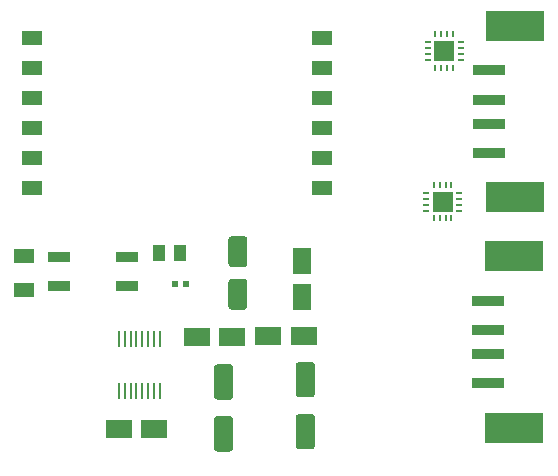
<source format=gbr>
%TF.GenerationSoftware,KiCad,Pcbnew,(5.1.9)-1*%
%TF.CreationDate,2021-03-01T12:10:23+05:30*%
%TF.ProjectId,Charger,43686172-6765-4722-9e6b-696361645f70,rev?*%
%TF.SameCoordinates,Original*%
%TF.FileFunction,Paste,Top*%
%TF.FilePolarity,Positive*%
%FSLAX46Y46*%
G04 Gerber Fmt 4.6, Leading zero omitted, Abs format (unit mm)*
G04 Created by KiCad (PCBNEW (5.1.9)-1) date 2021-03-01 12:10:23*
%MOMM*%
%LPD*%
G01*
G04 APERTURE LIST*
%ADD10C,0.152400*%
%ADD11R,2.200000X1.600000*%
%ADD12R,1.600000X2.200000*%
%ADD13R,1.800000X1.170000*%
%ADD14R,1.659999X1.659999*%
%ADD15O,0.240000X0.599999*%
%ADD16O,0.599999X0.240000*%
%ADD17R,1.080000X1.420000*%
%ADD18R,1.910000X0.910000*%
%ADD19R,2.800000X0.900000*%
%ADD20R,5.000000X2.500000*%
%ADD21R,0.490000X0.600000*%
%ADD22R,1.700000X1.170000*%
%ADD23R,0.279400X1.397000*%
G04 APERTURE END LIST*
D10*
%TO.C,U4*%
X113607499Y-32898999D02*
X113607499Y-34411001D01*
X115119501Y-32898999D02*
X113607499Y-32898999D01*
X115119501Y-34411001D02*
X115119501Y-32898999D01*
X113607499Y-34411001D02*
X115119501Y-34411001D01*
%TO.C,U2*%
X113480499Y-45662499D02*
X113480499Y-47174501D01*
X114992501Y-45662499D02*
X113480499Y-45662499D01*
X114992501Y-47174501D02*
X114992501Y-45662499D01*
X113480499Y-47174501D02*
X114992501Y-47174501D01*
%TD*%
D11*
%TO.C,C9*%
X102465000Y-57785000D03*
X99465000Y-57785000D03*
%TD*%
%TO.C,C8*%
G36*
G01*
X102066000Y-64390500D02*
X103166000Y-64390500D01*
G75*
G02*
X103416000Y-64640500I0J-250000D01*
G01*
X103416000Y-67140500D01*
G75*
G02*
X103166000Y-67390500I-250000J0D01*
G01*
X102066000Y-67390500D01*
G75*
G02*
X101816000Y-67140500I0J250000D01*
G01*
X101816000Y-64640500D01*
G75*
G02*
X102066000Y-64390500I250000J0D01*
G01*
G37*
G36*
G01*
X102066000Y-59990500D02*
X103166000Y-59990500D01*
G75*
G02*
X103416000Y-60240500I0J-250000D01*
G01*
X103416000Y-62740500D01*
G75*
G02*
X103166000Y-62990500I-250000J0D01*
G01*
X102066000Y-62990500D01*
G75*
G02*
X101816000Y-62740500I0J250000D01*
G01*
X101816000Y-60240500D01*
G75*
G02*
X102066000Y-59990500I250000J0D01*
G01*
G37*
%TD*%
%TO.C,C7*%
X93432500Y-57848500D03*
X96432500Y-57848500D03*
%TD*%
%TO.C,C5*%
X86828500Y-65659000D03*
X89828500Y-65659000D03*
%TD*%
D12*
%TO.C,C4*%
X102298500Y-51459000D03*
X102298500Y-54459000D03*
%TD*%
%TO.C,C3*%
G36*
G01*
X97451000Y-51951000D02*
X96351000Y-51951000D01*
G75*
G02*
X96101000Y-51701000I0J250000D01*
G01*
X96101000Y-49601000D01*
G75*
G02*
X96351000Y-49351000I250000J0D01*
G01*
X97451000Y-49351000D01*
G75*
G02*
X97701000Y-49601000I0J-250000D01*
G01*
X97701000Y-51701000D01*
G75*
G02*
X97451000Y-51951000I-250000J0D01*
G01*
G37*
G36*
G01*
X97451000Y-55551000D02*
X96351000Y-55551000D01*
G75*
G02*
X96101000Y-55301000I0J250000D01*
G01*
X96101000Y-53201000D01*
G75*
G02*
X96351000Y-52951000I250000J0D01*
G01*
X97451000Y-52951000D01*
G75*
G02*
X97701000Y-53201000I0J-250000D01*
G01*
X97701000Y-55301000D01*
G75*
G02*
X97451000Y-55551000I-250000J0D01*
G01*
G37*
%TD*%
%TO.C,C1*%
G36*
G01*
X95144500Y-64581000D02*
X96244500Y-64581000D01*
G75*
G02*
X96494500Y-64831000I0J-250000D01*
G01*
X96494500Y-67331000D01*
G75*
G02*
X96244500Y-67581000I-250000J0D01*
G01*
X95144500Y-67581000D01*
G75*
G02*
X94894500Y-67331000I0J250000D01*
G01*
X94894500Y-64831000D01*
G75*
G02*
X95144500Y-64581000I250000J0D01*
G01*
G37*
G36*
G01*
X95144500Y-60181000D02*
X96244500Y-60181000D01*
G75*
G02*
X96494500Y-60431000I0J-250000D01*
G01*
X96494500Y-62931000D01*
G75*
G02*
X96244500Y-63181000I-250000J0D01*
G01*
X95144500Y-63181000D01*
G75*
G02*
X94894500Y-62931000I0J250000D01*
G01*
X94894500Y-60431000D01*
G75*
G02*
X95144500Y-60181000I250000J0D01*
G01*
G37*
%TD*%
D13*
%TO.C,F1*%
X78790800Y-50981000D03*
X78790800Y-53921000D03*
%TD*%
D14*
%TO.C,U4*%
X114363500Y-33655000D03*
D15*
X113613502Y-32255000D03*
X114113500Y-32255000D03*
X114613502Y-32255000D03*
X115113501Y-32255000D03*
D16*
X115763500Y-32904999D03*
X115763500Y-33404998D03*
X115763500Y-33905000D03*
X115763500Y-34404998D03*
D15*
X115113501Y-35055000D03*
X114613502Y-35055000D03*
X114113500Y-35055000D03*
X113613502Y-35055000D03*
D16*
X112963500Y-34404998D03*
X112963500Y-33905000D03*
X112963500Y-33404998D03*
X112963500Y-32904999D03*
%TD*%
D14*
%TO.C,U2*%
X114236500Y-46418500D03*
D15*
X113486502Y-45018500D03*
X113986500Y-45018500D03*
X114486502Y-45018500D03*
X114986501Y-45018500D03*
D16*
X115636500Y-45668499D03*
X115636500Y-46168498D03*
X115636500Y-46668500D03*
X115636500Y-47168498D03*
D15*
X114986501Y-47818500D03*
X114486502Y-47818500D03*
X113986500Y-47818500D03*
X113486502Y-47818500D03*
D16*
X112836500Y-47168498D03*
X112836500Y-46668500D03*
X112836500Y-46168498D03*
X112836500Y-45668499D03*
%TD*%
D17*
%TO.C,C6*%
X90227500Y-50800000D03*
X92017500Y-50800000D03*
%TD*%
D18*
%TO.C,D1*%
X87532800Y-53549000D03*
X87532800Y-51099000D03*
X81732800Y-51099000D03*
X81732800Y-53549000D03*
%TD*%
D19*
%TO.C,J2*%
X118070000Y-54793000D03*
X118070000Y-59293000D03*
X118070000Y-61793000D03*
X118070000Y-57293000D03*
D20*
X120320000Y-65543000D03*
X120320000Y-51043000D03*
%TD*%
%TO.C,J3*%
X120383500Y-31548500D03*
X120383500Y-46048500D03*
D19*
X118133500Y-37798500D03*
X118133500Y-42298500D03*
X118133500Y-39798500D03*
X118133500Y-35298500D03*
%TD*%
D21*
%TO.C,R18*%
X91620000Y-53403500D03*
X92530000Y-53403500D03*
%TD*%
D22*
%TO.C,T1*%
X104009800Y-45262800D03*
X104009800Y-42722800D03*
X104009800Y-40182800D03*
X104009800Y-37642800D03*
X104009800Y-35102800D03*
X104009800Y-32562800D03*
X79479800Y-32562800D03*
X79479800Y-35102800D03*
X79479800Y-37642800D03*
X79479800Y-40182800D03*
X79479800Y-42722800D03*
X79479800Y-45262800D03*
%TD*%
D23*
%TO.C,U3*%
X90321130Y-58064400D03*
X89820750Y-58064400D03*
X89320369Y-58064400D03*
X88819991Y-58064400D03*
X88319609Y-58064400D03*
X87819231Y-58064400D03*
X87318850Y-58064400D03*
X86818470Y-58064400D03*
X86818470Y-62433200D03*
X87318850Y-62433200D03*
X87819231Y-62433200D03*
X88319609Y-62433200D03*
X88819991Y-62433200D03*
X89320369Y-62433200D03*
X89820750Y-62433200D03*
X90321130Y-62433200D03*
%TD*%
M02*

</source>
